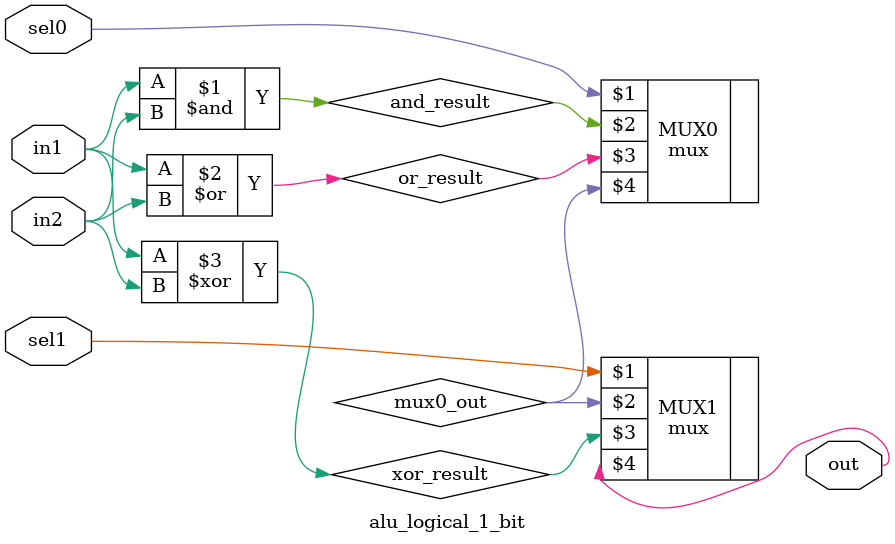
<source format=v>

module alu_logical_1_bit(in1,in2,sel0,sel1,out);
    input    in1;
    input    in2;
    input    sel0;
    input    sel1;
    output   out;
    wire     and_result;
    wire     or_result;
    wire     xor_result;
    wire     mux0_out;

    assign and_result = in1 & in2;
    assign or_result = in1 | in2;
    assign xor_result = in1 ^ in2;

    mux MUX0(sel0, and_result, or_result, mux0_out);
    mux MUX1(sel1, mux0_out, xor_result, out);
endmodule

</source>
